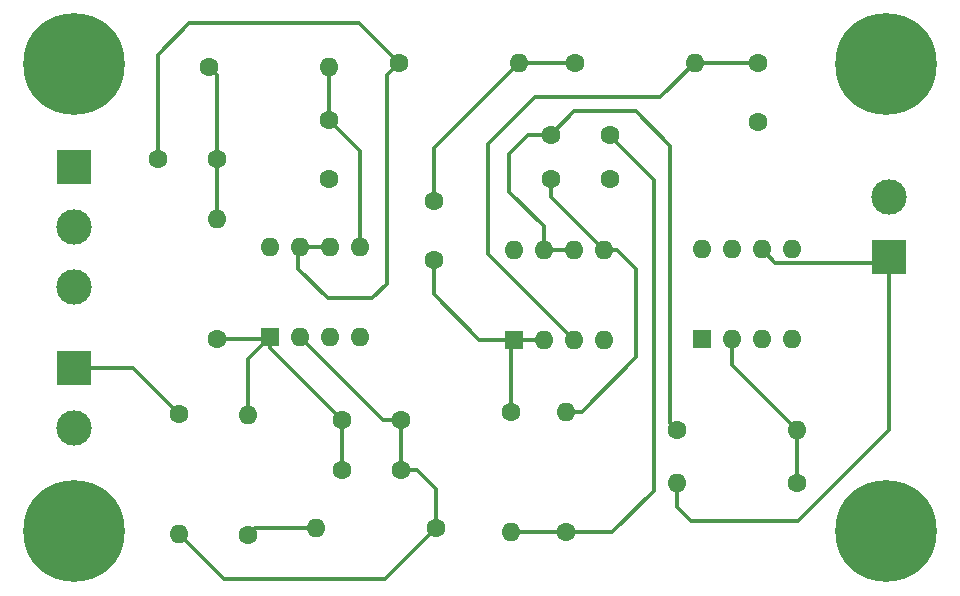
<source format=gbr>
%TF.GenerationSoftware,KiCad,Pcbnew,7.0.1*%
%TF.CreationDate,2024-05-30T20:12:37+02:00*%
%TF.ProjectId,Butterworth,42757474-6572-4776-9f72-74682e6b6963,rev?*%
%TF.SameCoordinates,Original*%
%TF.FileFunction,Copper,L1,Top*%
%TF.FilePolarity,Positive*%
%FSLAX46Y46*%
G04 Gerber Fmt 4.6, Leading zero omitted, Abs format (unit mm)*
G04 Created by KiCad (PCBNEW 7.0.1) date 2024-05-30 20:12:37*
%MOMM*%
%LPD*%
G01*
G04 APERTURE LIST*
%TA.AperFunction,ComponentPad*%
%ADD10C,1.600000*%
%TD*%
%TA.AperFunction,ComponentPad*%
%ADD11R,3.000000X3.000000*%
%TD*%
%TA.AperFunction,ComponentPad*%
%ADD12C,3.000000*%
%TD*%
%TA.AperFunction,ComponentPad*%
%ADD13O,1.600000X1.600000*%
%TD*%
%TA.AperFunction,ComponentPad*%
%ADD14R,1.600000X1.600000*%
%TD*%
%TA.AperFunction,ComponentPad*%
%ADD15C,0.900000*%
%TD*%
%TA.AperFunction,ComponentPad*%
%ADD16C,8.600000*%
%TD*%
%TA.AperFunction,Conductor*%
%ADD17C,0.350000*%
%TD*%
%TA.AperFunction,Conductor*%
%ADD18C,0.250000*%
%TD*%
G04 APERTURE END LIST*
D10*
%TO.P,C3,1*%
%TO.N,Net-(C3-Pad1)*%
X90100000Y-56700000D03*
%TO.P,C3,2*%
%TO.N,Net-(U1B--)*%
X85100000Y-56700000D03*
%TD*%
%TO.P,C4,1*%
%TO.N,Net-(U1B-+)*%
X99600000Y-53400000D03*
%TO.P,C4,2*%
%TO.N,GND*%
X99600000Y-58400000D03*
%TD*%
%TO.P,C7,1*%
%TO.N,Net-(C7-Pad1)*%
X123400000Y-54700000D03*
%TO.P,C7,2*%
%TO.N,Net-(U2B--)*%
X118400000Y-54700000D03*
%TD*%
D11*
%TO.P,J3,1,Pin_1*%
%TO.N,V+*%
X78000000Y-57420000D03*
D12*
%TO.P,J3,2,Pin_2*%
%TO.N,GND*%
X78000000Y-62500000D03*
%TO.P,J3,3,Pin_3*%
%TO.N,V-*%
X78000000Y-67580000D03*
%TD*%
D10*
%TO.P,R5,1*%
%TO.N,Net-(C3-Pad1)*%
X89420000Y-48900000D03*
D13*
%TO.P,R5,2*%
%TO.N,Net-(U1B-+)*%
X99580000Y-48900000D03*
%TD*%
D10*
%TO.P,R11,1*%
%TO.N,Net-(U3--)*%
X139280000Y-84200000D03*
D13*
%TO.P,R11,2*%
%TO.N,OUT*%
X129120000Y-84200000D03*
%TD*%
D14*
%TO.P,U2,1*%
%TO.N,Net-(U2A--)*%
X115280000Y-72050000D03*
D13*
%TO.P,U2,2,-*%
X117820000Y-72050000D03*
%TO.P,U2,3,+*%
%TO.N,Net-(U2A-+)*%
X120360000Y-72050000D03*
%TO.P,U2,4,V-*%
%TO.N,V-*%
X122900000Y-72050000D03*
%TO.P,U2,5,+*%
%TO.N,Net-(U2B-+)*%
X122900000Y-64430000D03*
%TO.P,U2,6,-*%
%TO.N,Net-(U2B--)*%
X120360000Y-64430000D03*
%TO.P,U2,7*%
X117820000Y-64430000D03*
%TO.P,U2,8,V+*%
%TO.N,V+*%
X115280000Y-64430000D03*
%TD*%
D10*
%TO.P,C2,1*%
%TO.N,Net-(U1A--)*%
X105700000Y-83100000D03*
%TO.P,C2,2*%
%TO.N,Net-(C1-Pad2)*%
X100700000Y-83100000D03*
%TD*%
%TO.P,C5,1*%
%TO.N,Net-(C5-Pad1)*%
X108500000Y-60300000D03*
%TO.P,C5,2*%
%TO.N,Net-(U2A--)*%
X108500000Y-65300000D03*
%TD*%
%TO.P,R7,1*%
%TO.N,Net-(C5-Pad1)*%
X120420000Y-48600000D03*
D13*
%TO.P,R7,2*%
%TO.N,Net-(U2A-+)*%
X130580000Y-48600000D03*
%TD*%
D15*
%TO.P,H3,1,1*%
%TO.N,GND*%
X143575000Y-88225000D03*
X144519581Y-85944581D03*
X144519581Y-90505419D03*
X146800000Y-85000000D03*
D16*
X146800000Y-88225000D03*
D15*
X146800000Y-91450000D03*
X149080419Y-85944581D03*
X149080419Y-90505419D03*
X150025000Y-88225000D03*
%TD*%
D10*
%TO.P,R4,1*%
%TO.N,Net-(C1-Pad2)*%
X90100000Y-71980000D03*
D13*
%TO.P,R4,2*%
%TO.N,Net-(C3-Pad1)*%
X90100000Y-61820000D03*
%TD*%
D10*
%TO.P,C6,1*%
%TO.N,Net-(U2A-+)*%
X135900000Y-48600000D03*
%TO.P,C6,2*%
%TO.N,GND*%
X135900000Y-53600000D03*
%TD*%
D14*
%TO.P,U3,1,NULL*%
%TO.N,unconnected-(U3-NULL-Pad1)*%
X131180000Y-72000000D03*
D13*
%TO.P,U3,2,-*%
%TO.N,Net-(U3--)*%
X133720000Y-72000000D03*
%TO.P,U3,3,+*%
%TO.N,GND*%
X136260000Y-72000000D03*
%TO.P,U3,4,V-*%
%TO.N,V-*%
X138800000Y-72000000D03*
%TO.P,U3,5,NULL*%
%TO.N,unconnected-(U3-NULL-Pad5)*%
X138800000Y-64380000D03*
%TO.P,U3,6*%
%TO.N,OUT*%
X136260000Y-64380000D03*
%TO.P,U3,7,V+*%
%TO.N,V+*%
X133720000Y-64380000D03*
%TO.P,U3,8,NC*%
%TO.N,unconnected-(U3-NC-Pad8)*%
X131180000Y-64380000D03*
%TD*%
D11*
%TO.P,J2,1,Pin_1*%
%TO.N,OUT*%
X147000000Y-65040000D03*
D12*
%TO.P,J2,2,Pin_2*%
%TO.N,GND*%
X147000000Y-59960000D03*
%TD*%
D10*
%TO.P,R8,1*%
%TO.N,Net-(U2A--)*%
X115000000Y-78120000D03*
D13*
%TO.P,R8,2*%
%TO.N,Net-(C7-Pad1)*%
X115000000Y-88280000D03*
%TD*%
D15*
%TO.P,H4,1,1*%
%TO.N,GND*%
X143525000Y-48725000D03*
X144469581Y-46444581D03*
X144469581Y-51005419D03*
X146750000Y-45500000D03*
D16*
X146750000Y-48725000D03*
D15*
X146750000Y-51950000D03*
X149030419Y-46444581D03*
X149030419Y-51005419D03*
X149975000Y-48725000D03*
%TD*%
D10*
%TO.P,R3,1*%
%TO.N,Net-(R2-Pad2)*%
X92800000Y-88580000D03*
D13*
%TO.P,R3,2*%
%TO.N,Net-(C1-Pad2)*%
X92800000Y-78420000D03*
%TD*%
D10*
%TO.P,R6,1*%
%TO.N,Net-(U1B--)*%
X105520000Y-48600000D03*
D13*
%TO.P,R6,2*%
%TO.N,Net-(C5-Pad1)*%
X115680000Y-48600000D03*
%TD*%
D10*
%TO.P,R2,1*%
%TO.N,Net-(U1A--)*%
X108680000Y-88000000D03*
D13*
%TO.P,R2,2*%
%TO.N,Net-(R2-Pad2)*%
X98520000Y-88000000D03*
%TD*%
D10*
%TO.P,R10,1*%
%TO.N,Net-(U2B--)*%
X129120000Y-79700000D03*
D13*
%TO.P,R10,2*%
%TO.N,Net-(U3--)*%
X139280000Y-79700000D03*
%TD*%
D10*
%TO.P,C1,1*%
%TO.N,Net-(U1A--)*%
X105700000Y-78800000D03*
%TO.P,C1,2*%
%TO.N,Net-(C1-Pad2)*%
X100700000Y-78800000D03*
%TD*%
%TO.P,R9,1*%
%TO.N,Net-(C7-Pad1)*%
X119700000Y-88280000D03*
D13*
%TO.P,R9,2*%
%TO.N,Net-(U2B-+)*%
X119700000Y-78120000D03*
%TD*%
D15*
%TO.P,H2,1,1*%
%TO.N,GND*%
X74775000Y-88225000D03*
X75719581Y-85944581D03*
X75719581Y-90505419D03*
X78000000Y-85000000D03*
D16*
X78000000Y-88225000D03*
D15*
X78000000Y-91450000D03*
X80280419Y-85944581D03*
X80280419Y-90505419D03*
X81225000Y-88225000D03*
%TD*%
D14*
%TO.P,U1,1*%
%TO.N,Net-(C1-Pad2)*%
X94660000Y-71800000D03*
D13*
%TO.P,U1,2,-*%
%TO.N,Net-(U1A--)*%
X97200000Y-71800000D03*
%TO.P,U1,3,+*%
%TO.N,GND*%
X99740000Y-71800000D03*
%TO.P,U1,4,V-*%
%TO.N,V-*%
X102280000Y-71800000D03*
%TO.P,U1,5,+*%
%TO.N,Net-(U1B-+)*%
X102280000Y-64180000D03*
%TO.P,U1,6,-*%
%TO.N,Net-(U1B--)*%
X99740000Y-64180000D03*
%TO.P,U1,7*%
X97200000Y-64180000D03*
%TO.P,U1,8,V+*%
%TO.N,V+*%
X94660000Y-64180000D03*
%TD*%
D10*
%TO.P,R1,1*%
%TO.N,IN*%
X86900000Y-78340000D03*
D13*
%TO.P,R1,2*%
%TO.N,Net-(U1A--)*%
X86900000Y-88500000D03*
%TD*%
D10*
%TO.P,C8,1*%
%TO.N,Net-(U2B-+)*%
X118400000Y-58400000D03*
%TO.P,C8,2*%
%TO.N,GND*%
X123400000Y-58400000D03*
%TD*%
D11*
%TO.P,J1,1,Pin_1*%
%TO.N,IN*%
X78000000Y-74460000D03*
D12*
%TO.P,J1,2,Pin_2*%
%TO.N,GND*%
X78000000Y-79540000D03*
%TD*%
D15*
%TO.P,H1,1,1*%
%TO.N,GND*%
X74775000Y-48719581D03*
X75719581Y-46439162D03*
X75719581Y-51000000D03*
X78000000Y-45494581D03*
D16*
X78000000Y-48719581D03*
D15*
X78000000Y-51944581D03*
X80280419Y-46439162D03*
X80280419Y-51000000D03*
X81225000Y-48719581D03*
%TD*%
D17*
%TO.N,Net-(U1A--)*%
X90700000Y-92300000D02*
X104380000Y-92300000D01*
X86900000Y-88500000D02*
X90700000Y-92300000D01*
X107100000Y-83100000D02*
X105700000Y-83100000D01*
X104380000Y-92300000D02*
X108680000Y-88000000D01*
X97200000Y-71800000D02*
X104200000Y-78800000D01*
X108680000Y-84680000D02*
X107100000Y-83100000D01*
X105700000Y-83100000D02*
X105700000Y-78800000D01*
X104200000Y-78800000D02*
X105700000Y-78800000D01*
X108680000Y-88000000D02*
X108680000Y-84680000D01*
%TO.N,Net-(U1B-+)*%
X102280000Y-56080000D02*
X99600000Y-53400000D01*
X99600000Y-48920000D02*
X99580000Y-48900000D01*
X99600000Y-53400000D02*
X99600000Y-48920000D01*
X102280000Y-64180000D02*
X102280000Y-56080000D01*
%TO.N,Net-(U1B--)*%
X104500000Y-67300000D02*
X104500000Y-49620000D01*
X97200000Y-64180000D02*
X99740000Y-64180000D01*
X102120000Y-45200000D02*
X105520000Y-48600000D01*
X97020000Y-64380000D02*
X97020000Y-66020000D01*
X97020000Y-66020000D02*
X99500000Y-68500000D01*
X87800000Y-45200000D02*
X102120000Y-45200000D01*
X99500000Y-68500000D02*
X103300000Y-68500000D01*
X85100000Y-56700000D02*
X85100000Y-47900000D01*
X85100000Y-47900000D02*
X87800000Y-45200000D01*
X103300000Y-68500000D02*
X104500000Y-67300000D01*
X104500000Y-49620000D02*
X105520000Y-48600000D01*
%TO.N,Net-(U2A-+)*%
X120360000Y-72050000D02*
X113100000Y-64790000D01*
X130580000Y-48600000D02*
X135900000Y-48600000D01*
X113100000Y-55500000D02*
X117100000Y-51500000D01*
X127680000Y-51500000D02*
X130580000Y-48600000D01*
X117100000Y-51500000D02*
X127680000Y-51500000D01*
X113100000Y-64790000D02*
X113100000Y-55500000D01*
%TO.N,Net-(U2A--)*%
X112350000Y-72050000D02*
X115280000Y-72050000D01*
X108500000Y-65300000D02*
X108500000Y-68200000D01*
X115280000Y-72050000D02*
X117820000Y-72050000D01*
X115000000Y-78120000D02*
X115000000Y-72330000D01*
D18*
X115000000Y-72330000D02*
X115280000Y-72050000D01*
D17*
X108500000Y-68200000D02*
X112350000Y-72050000D01*
%TO.N,IN*%
X83020000Y-74460000D02*
X86900000Y-78340000D01*
X78000000Y-74460000D02*
X83020000Y-74460000D01*
%TO.N,OUT*%
X139336701Y-65505000D02*
X146535000Y-65505000D01*
X139300000Y-87400000D02*
X147000000Y-79700000D01*
X138263299Y-65505000D02*
X138313299Y-65555000D01*
X129120000Y-86220000D02*
X130300000Y-87400000D01*
X147000000Y-79700000D02*
X147000000Y-65040000D01*
X136260000Y-64380000D02*
X137385000Y-65505000D01*
X138313299Y-65555000D02*
X139286701Y-65555000D01*
X146535000Y-65505000D02*
X147000000Y-65040000D01*
X130300000Y-87400000D02*
X139300000Y-87400000D01*
X139286701Y-65555000D02*
X139336701Y-65505000D01*
X129120000Y-84200000D02*
X129120000Y-86220000D01*
X137385000Y-65505000D02*
X138263299Y-65505000D01*
%TO.N,Net-(U3--)*%
X133720000Y-74140000D02*
X139280000Y-79700000D01*
X139280000Y-84200000D02*
X139280000Y-79700000D01*
X133720000Y-72000000D02*
X133720000Y-74140000D01*
%TO.N,Net-(U2B--)*%
X120400000Y-52700000D02*
X125600000Y-52700000D01*
X114900000Y-59500000D02*
X114900000Y-56300000D01*
X128500000Y-79080000D02*
X129120000Y-79700000D01*
X125600000Y-52700000D02*
X128500000Y-55600000D01*
X116500000Y-54700000D02*
X118400000Y-54700000D01*
X117820000Y-64430000D02*
X120360000Y-64430000D01*
X114900000Y-56300000D02*
X116500000Y-54700000D01*
X117820000Y-64430000D02*
X117820000Y-62420000D01*
X128500000Y-55600000D02*
X128500000Y-79080000D01*
X117820000Y-62420000D02*
X114900000Y-59500000D01*
X118400000Y-54700000D02*
X120400000Y-52700000D01*
%TO.N,Net-(U2B-+)*%
X125600000Y-73520000D02*
X125600000Y-66000000D01*
X124030000Y-64430000D02*
X122900000Y-64430000D01*
X119700000Y-78120000D02*
X121000000Y-78120000D01*
X118400000Y-59930000D02*
X122900000Y-64430000D01*
X125600000Y-66000000D02*
X124030000Y-64430000D01*
X118400000Y-58400000D02*
X118400000Y-59930000D01*
X121000000Y-78120000D02*
X125600000Y-73520000D01*
D18*
%TO.N,Net-(C1-Pad2)*%
X94460000Y-71980000D02*
X94480000Y-72000000D01*
D17*
X94660000Y-72760000D02*
X94660000Y-71800000D01*
X92800000Y-78420000D02*
X92800000Y-73660000D01*
X100700000Y-83100000D02*
X100700000Y-78800000D01*
X100700000Y-78800000D02*
X94660000Y-72760000D01*
X90100000Y-71980000D02*
X94460000Y-71980000D01*
X92800000Y-73660000D02*
X94660000Y-71800000D01*
%TO.N,Net-(C3-Pad1)*%
X90100000Y-56700000D02*
X90100000Y-49580000D01*
X90100000Y-61820000D02*
X90100000Y-56700000D01*
X90100000Y-49580000D02*
X89420000Y-48900000D01*
%TO.N,Net-(C5-Pad1)*%
X108500000Y-55780000D02*
X108500000Y-60300000D01*
X120420000Y-48600000D02*
X115680000Y-48600000D01*
X108500000Y-55780000D02*
X115680000Y-48600000D01*
%TO.N,Net-(C7-Pad1)*%
X123400000Y-54800000D02*
X127100000Y-58500000D01*
X123620000Y-88280000D02*
X119700000Y-88280000D01*
X119700000Y-88280000D02*
X115000000Y-88280000D01*
D18*
X123400000Y-54700000D02*
X123400000Y-54800000D01*
D17*
X127100000Y-84800000D02*
X123620000Y-88280000D01*
X127100000Y-58500000D02*
X127100000Y-84800000D01*
%TO.N,Net-(R2-Pad2)*%
X98520000Y-88000000D02*
X93380000Y-88000000D01*
D18*
X93380000Y-88000000D02*
X92800000Y-88580000D01*
%TD*%
M02*

</source>
